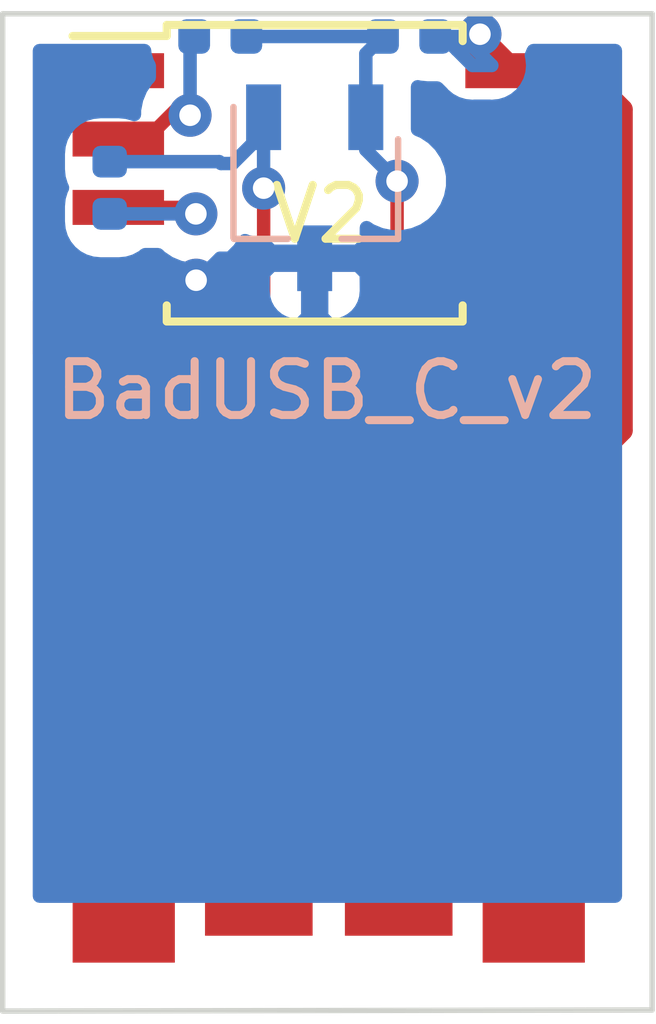
<source format=kicad_pcb>
(kicad_pcb (version 20171130) (host pcbnew "(5.1.2)-2")

  (general
    (thickness 1.6)
    (drawings 8)
    (tracks 65)
    (zones 0)
    (modules 6)
    (nets 11)
  )

  (page A4)
  (layers
    (0 F.Cu signal)
    (31 B.Cu signal)
    (32 B.Adhes user hide)
    (33 F.Adhes user hide)
    (34 B.Paste user hide)
    (35 F.Paste user hide)
    (36 B.SilkS user hide)
    (37 F.SilkS user hide)
    (38 B.Mask user hide)
    (39 F.Mask user hide)
    (40 Dwgs.User user)
    (41 Cmts.User user)
    (42 Eco1.User user)
    (43 Eco2.User user)
    (44 Edge.Cuts user)
    (45 Margin user)
    (46 B.CrtYd user)
    (47 F.CrtYd user)
    (48 B.Fab user hide)
    (49 F.Fab user)
  )

  (setup
    (last_trace_width 0.25)
    (trace_clearance 0.2)
    (zone_clearance 0.508)
    (zone_45_only no)
    (trace_min 0.2)
    (via_size 0.8)
    (via_drill 0.4)
    (via_min_size 0.4)
    (via_min_drill 0.3)
    (uvia_size 0.3)
    (uvia_drill 0.1)
    (uvias_allowed no)
    (uvia_min_size 0.2)
    (uvia_min_drill 0.1)
    (edge_width 0.05)
    (segment_width 0.2)
    (pcb_text_width 0.3)
    (pcb_text_size 1.5 1.5)
    (mod_edge_width 0.12)
    (mod_text_size 1 1)
    (mod_text_width 0.15)
    (pad_size 1.524 1.524)
    (pad_drill 0.762)
    (pad_to_mask_clearance 0.051)
    (solder_mask_min_width 0.25)
    (aux_axis_origin 0 0)
    (visible_elements 7FFFFFFF)
    (pcbplotparams
      (layerselection 0x010fc_ffffffff)
      (usegerberextensions true)
      (usegerberattributes false)
      (usegerberadvancedattributes false)
      (creategerberjobfile true)
      (excludeedgelayer true)
      (linewidth 0.100000)
      (plotframeref false)
      (viasonmask false)
      (mode 1)
      (useauxorigin false)
      (hpglpennumber 1)
      (hpglpenspeed 20)
      (hpglpendiameter 15.000000)
      (psnegative false)
      (psa4output false)
      (plotreference true)
      (plotvalue true)
      (plotinvisibletext false)
      (padsonsilk false)
      (subtractmaskfromsilk false)
      (outputformat 1)
      (mirror false)
      (drillshape 0)
      (scaleselection 1)
      (outputdirectory ""))
  )

  (net 0 "")
  (net 1 +D)
  (net 2 -D)
  (net 3 GND)
  (net 4 +V)
  (net 5 "Net-(R1-Pad1)")
  (net 6 "Net-(R2-Pad1)")
  (net 7 "Net-(U1-Pad1)")
  (net 8 "Net-(U1-Pad5)")
  (net 9 "Net-(U1-Pad6)")
  (net 10 "Net-(U1-Pad7)")

  (net_class Default "Esta es la clase de red por defecto."
    (clearance 0.2)
    (trace_width 0.25)
    (via_dia 0.8)
    (via_drill 0.4)
    (uvia_dia 0.3)
    (uvia_drill 0.1)
    (add_net +D)
    (add_net +V)
    (add_net -D)
    (add_net GND)
    (add_net "Net-(R1-Pad1)")
    (add_net "Net-(R2-Pad1)")
    (add_net "Net-(U1-Pad1)")
    (add_net "Net-(U1-Pad5)")
    (add_net "Net-(U1-Pad6)")
    (add_net "Net-(U1-Pad7)")
  )

  (module Package_TO_SOT_SMD:TSOT-23 (layer B.Cu) (tedit 5A02FF57) (tstamp 5CF71388)
    (at 92.218933 45.532592 270)
    (descr "3-pin TSOT23 package, http://www.analog.com.tw/pdf/All_In_One.pdf")
    (tags TSOT-23)
    (path /5CF82F4C)
    (attr smd)
    (fp_text reference D1 (at 0 2.45 270) (layer B.SilkS) hide
      (effects (font (size 1 1) (thickness 0.15)) (justify mirror))
    )
    (fp_text value D_Zener_x2_ACom_KKA (at 0 -2.5 270) (layer B.Fab) hide
      (effects (font (size 1 1) (thickness 0.15)) (justify mirror))
    )
    (fp_line (start 2.17 -1.7) (end -2.17 -1.7) (layer B.CrtYd) (width 0.05))
    (fp_line (start 2.17 -1.7) (end 2.17 1.7) (layer B.CrtYd) (width 0.05))
    (fp_line (start -2.17 1.7) (end -2.17 -1.7) (layer B.CrtYd) (width 0.05))
    (fp_line (start -2.17 1.7) (end 2.17 1.7) (layer B.CrtYd) (width 0.05))
    (fp_line (start 0.88 1.45) (end 0.88 -1.45) (layer B.Fab) (width 0.1))
    (fp_line (start 0.88 -1.45) (end -0.88 -1.45) (layer B.Fab) (width 0.1))
    (fp_line (start -0.88 1) (end -0.88 -1.45) (layer B.Fab) (width 0.1))
    (fp_line (start 0.88 1.45) (end -0.43 1.45) (layer B.Fab) (width 0.1))
    (fp_line (start -0.88 1) (end -0.43 1.45) (layer B.Fab) (width 0.1))
    (fp_line (start 0.93 1.51) (end -1.5 1.51) (layer B.SilkS) (width 0.12))
    (fp_line (start 0.95 1.5) (end 0.95 0.5) (layer B.SilkS) (width 0.12))
    (fp_line (start 0.95 -1.55) (end -0.9 -1.55) (layer B.SilkS) (width 0.12))
    (fp_line (start 0.95 -0.5) (end 0.95 -1.55) (layer B.SilkS) (width 0.12))
    (fp_text user %R (at 0 0) (layer B.Fab)
      (effects (font (size 0.5 0.5) (thickness 0.075)) (justify mirror))
    )
    (pad 3 smd rect (at 1.31 0 270) (size 1.22 0.65) (layers B.Cu B.Paste B.Mask)
      (net 3 GND))
    (pad 2 smd rect (at -1.31 -0.95 270) (size 1.22 0.65) (layers B.Cu B.Paste B.Mask)
      (net 2 -D))
    (pad 1 smd rect (at -1.31 0.95 270) (size 1.22 0.65) (layers B.Cu B.Paste B.Mask)
      (net 1 +D))
    (model ${KISYS3DMOD}/Package_TO_SOT_SMD.3dshapes/TSOT-23.wrl
      (at (xyz 0 0 0))
      (scale (xyz 1 1 1))
      (rotate (xyz 0 0 0))
    )
  )

  (module rev_usb:usb-PCB (layer F.Cu) (tedit 542BB0AF) (tstamp 5CF6EAD0)
    (at 92.48 60.83)
    (path /5CF6A0EE)
    (attr virtual)
    (fp_text reference J1 (at 0.13 -7.85) (layer F.SilkS) hide
      (effects (font (size 1.5 1.5) (thickness 0.15)))
    )
    (fp_text value USB_A (at 0.29 -10.13) (layer F.SilkS) hide
      (effects (font (size 1.5 1.5) (thickness 0.15)))
    )
    (fp_line (start -6.03 0) (end -6.03 -12) (layer Dwgs.User) (width 0.15))
    (fp_line (start 6.03 0) (end -6.03 0) (layer Dwgs.User) (width 0.15))
    (fp_line (start 6.03 0) (end 6.03 -12) (layer Dwgs.User) (width 0.15))
    (pad 2 connect rect (at 1.3 -5.15) (size 2 7.5) (layers F.Cu F.Mask)
      (net 2 -D))
    (pad 3 connect rect (at -1.3 -5.15) (size 2 7.5) (layers F.Cu F.Mask)
      (net 1 +D))
    (pad 4 connect rect (at -3.81 -4.9) (size 1.9 8) (layers F.Cu F.Mask)
      (net 3 GND))
    (pad 1 connect rect (at 3.81 -4.9) (size 1.9 8) (layers F.Cu F.Mask)
      (net 4 +V))
  )

  (module Resistor_SMD:R_0402_1005Metric (layer B.Cu) (tedit 5B301BBD) (tstamp 5CF71289)
    (at 88.408933 45.532592 90)
    (descr "Resistor SMD 0402 (1005 Metric), square (rectangular) end terminal, IPC_7351 nominal, (Body size source: http://www.tortai-tech.com/upload/download/2011102023233369053.pdf), generated with kicad-footprint-generator")
    (tags resistor)
    (path /5CF65D1A)
    (attr smd)
    (fp_text reference R1 (at 0 1.82 270) (layer B.SilkS) hide
      (effects (font (size 1 1) (thickness 0.15)) (justify mirror))
    )
    (fp_text value 68R (at 0 -1.82 270) (layer B.Fab) hide
      (effects (font (size 1 1) (thickness 0.15)) (justify mirror))
    )
    (fp_line (start -0.5 -0.25) (end -0.5 0.25) (layer B.Fab) (width 0.1))
    (fp_line (start -0.5 0.25) (end 0.5 0.25) (layer B.Fab) (width 0.1))
    (fp_line (start 0.5 0.25) (end 0.5 -0.25) (layer B.Fab) (width 0.1))
    (fp_line (start 0.5 -0.25) (end -0.5 -0.25) (layer B.Fab) (width 0.1))
    (fp_line (start -0.93 -0.47) (end -0.93 0.47) (layer B.CrtYd) (width 0.05))
    (fp_line (start -0.93 0.47) (end 0.93 0.47) (layer B.CrtYd) (width 0.05))
    (fp_line (start 0.93 0.47) (end 0.93 -0.47) (layer B.CrtYd) (width 0.05))
    (fp_line (start 0.93 -0.47) (end -0.93 -0.47) (layer B.CrtYd) (width 0.05))
    (fp_text user %R (at 0 0 270) (layer B.Fab) hide
      (effects (font (size 0.8 0.8) (thickness 0.12)) (justify mirror))
    )
    (pad 1 smd roundrect (at -0.485 0 90) (size 0.59 0.64) (layers B.Cu B.Paste B.Mask) (roundrect_rratio 0.25)
      (net 5 "Net-(R1-Pad1)"))
    (pad 2 smd roundrect (at 0.485 0 90) (size 0.59 0.64) (layers B.Cu B.Paste B.Mask) (roundrect_rratio 0.25)
      (net 1 +D))
    (model ${KISYS3DMOD}/Resistor_SMD.3dshapes/R_0402_1005Metric.wrl
      (at (xyz 0 0 0))
      (scale (xyz 1 1 1))
      (rotate (xyz 0 0 0))
    )
  )

  (module Resistor_SMD:R_0402_1005Metric (layer B.Cu) (tedit 5B301BBD) (tstamp 5CF712B3)
    (at 90.463933 42.722592)
    (descr "Resistor SMD 0402 (1005 Metric), square (rectangular) end terminal, IPC_7351 nominal, (Body size source: http://www.tortai-tech.com/upload/download/2011102023233369053.pdf), generated with kicad-footprint-generator")
    (tags resistor)
    (path /5CF668C7)
    (attr smd)
    (fp_text reference R2 (at 0 1.82) (layer B.SilkS) hide
      (effects (font (size 1 1) (thickness 0.15)) (justify mirror))
    )
    (fp_text value 68R (at 0 -1.82) (layer B.Fab) hide
      (effects (font (size 1 1) (thickness 0.15)) (justify mirror))
    )
    (fp_line (start -0.5 -0.25) (end -0.5 0.25) (layer B.Fab) (width 0.1))
    (fp_line (start -0.5 0.25) (end 0.5 0.25) (layer B.Fab) (width 0.1))
    (fp_line (start 0.5 0.25) (end 0.5 -0.25) (layer B.Fab) (width 0.1))
    (fp_line (start 0.5 -0.25) (end -0.5 -0.25) (layer B.Fab) (width 0.1))
    (fp_line (start -0.93 -0.47) (end -0.93 0.47) (layer B.CrtYd) (width 0.05))
    (fp_line (start -0.93 0.47) (end 0.93 0.47) (layer B.CrtYd) (width 0.05))
    (fp_line (start 0.93 0.47) (end 0.93 -0.47) (layer B.CrtYd) (width 0.05))
    (fp_line (start 0.93 -0.47) (end -0.93 -0.47) (layer B.CrtYd) (width 0.05))
    (fp_text user %R (at 0 0) (layer B.Fab)
      (effects (font (size 0.8 0.8) (thickness 0.12)) (justify mirror))
    )
    (pad 1 smd roundrect (at -0.485 0) (size 0.59 0.64) (layers B.Cu B.Paste B.Mask) (roundrect_rratio 0.25)
      (net 6 "Net-(R2-Pad1)"))
    (pad 2 smd roundrect (at 0.485 0) (size 0.59 0.64) (layers B.Cu B.Paste B.Mask) (roundrect_rratio 0.25)
      (net 2 -D))
    (model ${KISYS3DMOD}/Resistor_SMD.3dshapes/R_0402_1005Metric.wrl
      (at (xyz 0 0 0))
      (scale (xyz 1 1 1))
      (rotate (xyz 0 0 0))
    )
  )

  (module Resistor_SMD:R_0402_1005Metric (layer B.Cu) (tedit 5B301BBD) (tstamp 5CF712DD)
    (at 93.973933 42.722592 180)
    (descr "Resistor SMD 0402 (1005 Metric), square (rectangular) end terminal, IPC_7351 nominal, (Body size source: http://www.tortai-tech.com/upload/download/2011102023233369053.pdf), generated with kicad-footprint-generator")
    (tags resistor)
    (path /5CF6978E)
    (attr smd)
    (fp_text reference R3 (at -0.286067 1.682592 180) (layer B.SilkS) hide
      (effects (font (size 1 1) (thickness 0.15)) (justify mirror))
    )
    (fp_text value 1K5 (at 0 -1.82 180) (layer B.Fab) hide
      (effects (font (size 1 1) (thickness 0.15)) (justify mirror))
    )
    (fp_line (start -0.5 -0.25) (end -0.5 0.25) (layer B.Fab) (width 0.1))
    (fp_line (start -0.5 0.25) (end 0.5 0.25) (layer B.Fab) (width 0.1))
    (fp_line (start 0.5 0.25) (end 0.5 -0.25) (layer B.Fab) (width 0.1))
    (fp_line (start 0.5 -0.25) (end -0.5 -0.25) (layer B.Fab) (width 0.1))
    (fp_line (start -0.93 -0.47) (end -0.93 0.47) (layer B.CrtYd) (width 0.05))
    (fp_line (start -0.93 0.47) (end 0.93 0.47) (layer B.CrtYd) (width 0.05))
    (fp_line (start 0.93 0.47) (end 0.93 -0.47) (layer B.CrtYd) (width 0.05))
    (fp_line (start 0.93 -0.47) (end -0.93 -0.47) (layer B.CrtYd) (width 0.05))
    (fp_text user %R (at 0 0 180) (layer B.Fab) hide
      (effects (font (size 0.8 0.8) (thickness 0.12)) (justify mirror))
    )
    (pad 1 smd roundrect (at -0.485 0 180) (size 0.59 0.64) (layers B.Cu B.Paste B.Mask) (roundrect_rratio 0.25)
      (net 4 +V))
    (pad 2 smd roundrect (at 0.485 0 180) (size 0.59 0.64) (layers B.Cu B.Paste B.Mask) (roundrect_rratio 0.25)
      (net 2 -D))
    (model ${KISYS3DMOD}/Resistor_SMD.3dshapes/R_0402_1005Metric.wrl
      (at (xyz 0 0 0))
      (scale (xyz 1 1 1))
      (rotate (xyz 0 0 0))
    )
  )

  (module Package_SO:SOIJ-8_5.3x5.3mm_P1.27mm (layer F.Cu) (tedit 5A02F2D3) (tstamp 5CF713CC)
    (at 92.218933 45.262592)
    (descr "8-Lead Plastic Small Outline (SM) - Medium, 5.28 mm Body [SOIC] (see Microchip Packaging Specification 00000049BS.pdf)")
    (tags "SOIC 1.27")
    (path /5CF64834)
    (attr smd)
    (fp_text reference U1 (at -1.958933 1.777408) (layer B.SilkS) hide
      (effects (font (size 1 1) (thickness 0.15)) (justify mirror))
    )
    (fp_text value ATtiny85V-10SU (at 0 3.68) (layer B.Fab) hide
      (effects (font (size 1 1) (thickness 0.15)))
    )
    (fp_text user %R (at 0 0) (layer F.Fab) hide
      (effects (font (size 1 1) (thickness 0.15)))
    )
    (fp_line (start -1.65 -2.65) (end 2.65 -2.65) (layer F.Fab) (width 0.15))
    (fp_line (start 2.65 -2.65) (end 2.65 2.65) (layer F.Fab) (width 0.15))
    (fp_line (start 2.65 2.65) (end -2.65 2.65) (layer F.Fab) (width 0.15))
    (fp_line (start -2.65 2.65) (end -2.65 -1.65) (layer F.Fab) (width 0.15))
    (fp_line (start -2.65 -1.65) (end -1.65 -2.65) (layer F.Fab) (width 0.15))
    (fp_line (start -4.75 -2.95) (end -4.75 2.95) (layer F.CrtYd) (width 0.05))
    (fp_line (start 4.75 -2.95) (end 4.75 2.95) (layer F.CrtYd) (width 0.05))
    (fp_line (start -4.75 -2.95) (end 4.75 -2.95) (layer F.CrtYd) (width 0.05))
    (fp_line (start -4.75 2.95) (end 4.75 2.95) (layer F.CrtYd) (width 0.05))
    (fp_line (start -2.75 -2.755) (end -2.75 -2.55) (layer F.SilkS) (width 0.15))
    (fp_line (start 2.75 -2.755) (end 2.75 -2.455) (layer F.SilkS) (width 0.15))
    (fp_line (start 2.75 2.755) (end 2.75 2.455) (layer F.SilkS) (width 0.15))
    (fp_line (start -2.75 2.755) (end -2.75 2.455) (layer F.SilkS) (width 0.15))
    (fp_line (start -2.75 -2.755) (end 2.75 -2.755) (layer F.SilkS) (width 0.15))
    (fp_line (start -2.75 2.755) (end 2.75 2.755) (layer F.SilkS) (width 0.15))
    (fp_line (start -2.75 -2.55) (end -4.5 -2.55) (layer F.SilkS) (width 0.15))
    (pad 1 smd rect (at -3.65 -1.905) (size 1.7 0.65) (layers F.Cu F.Paste F.Mask)
      (net 7 "Net-(U1-Pad1)"))
    (pad 2 smd rect (at -3.65 -0.635) (size 1.7 0.65) (layers F.Cu F.Paste F.Mask)
      (net 6 "Net-(R2-Pad1)"))
    (pad 3 smd rect (at -3.65 0.635) (size 1.7 0.65) (layers F.Cu F.Paste F.Mask)
      (net 5 "Net-(R1-Pad1)"))
    (pad 4 smd rect (at -3.65 1.905) (size 1.7 0.65) (layers F.Cu F.Paste F.Mask)
      (net 3 GND))
    (pad 5 smd rect (at 3.65 1.905) (size 1.7 0.65) (layers F.Cu F.Paste F.Mask)
      (net 8 "Net-(U1-Pad5)"))
    (pad 6 smd rect (at 3.65 0.635) (size 1.7 0.65) (layers F.Cu F.Paste F.Mask)
      (net 9 "Net-(U1-Pad6)"))
    (pad 7 smd rect (at 3.65 -0.635) (size 1.7 0.65) (layers F.Cu F.Paste F.Mask)
      (net 10 "Net-(U1-Pad7)"))
    (pad 8 smd rect (at 3.65 -1.905) (size 1.7 0.65) (layers F.Cu F.Paste F.Mask)
      (net 4 +V))
    (model ${KISYS3DMOD}/Package_SO.3dshapes/SOIJ-8_5.3x5.3mm_P1.27mm.wrl
      (at (xyz 0 0 0))
      (scale (xyz 1 1 1))
      (rotate (xyz 0 0 0))
    )
  )

  (dimension 12.08 (width 0.15) (layer B.Fab)
    (gr_text "12,080 mm" (at 92.47 64.38) (layer B.Fab)
      (effects (font (size 1 1) (thickness 0.15)))
    )
    (feature1 (pts (xy 98.51 60.8) (xy 98.51 63.666421)))
    (feature2 (pts (xy 86.43 60.8) (xy 86.43 63.666421)))
    (crossbar (pts (xy 86.43 63.08) (xy 98.51 63.08)))
    (arrow1a (pts (xy 98.51 63.08) (xy 97.383496 63.666421)))
    (arrow1b (pts (xy 98.51 63.08) (xy 97.383496 62.493579)))
    (arrow2a (pts (xy 86.43 63.08) (xy 87.556504 63.666421)))
    (arrow2b (pts (xy 86.43 63.08) (xy 87.556504 62.493579)))
  )
  (dimension 18.470011 (width 0.15) (layer B.Fab)
    (gr_text "18,470 mm" (at 103.813643 51.580787 89.93795803) (layer B.Fab)
      (effects (font (size 1 1) (thickness 0.15)))
    )
    (feature1 (pts (xy 98.48 42.34) (xy 103.110064 42.345014)))
    (feature2 (pts (xy 98.46 60.81) (xy 103.090064 60.815014)))
    (crossbar (pts (xy 102.503644 60.814379) (xy 102.523644 42.344379)))
    (arrow1a (pts (xy 102.523644 42.344379) (xy 103.108845 43.471517)))
    (arrow1b (pts (xy 102.523644 42.344379) (xy 101.936004 43.470247)))
    (arrow2a (pts (xy 102.503644 60.814379) (xy 103.091284 59.688511)))
    (arrow2b (pts (xy 102.503644 60.814379) (xy 101.918443 59.687241)))
  )
  (gr_text BadUSB_C_v2 (at 92.44 49.3) (layer B.SilkS)
    (effects (font (size 1 1) (thickness 0.15)))
  )
  (gr_line (start 86.42 60.83) (end 98.49 60.81) (layer Edge.Cuts) (width 0.1))
  (gr_line (start 86.42 42.3) (end 86.42 60.83) (layer Edge.Cuts) (width 0.1))
  (gr_line (start 98.49 42.3) (end 86.42 42.3) (layer Edge.Cuts) (width 0.1))
  (gr_line (start 98.49 60.81) (end 98.49 42.3) (layer Edge.Cuts) (width 0.1))
  (gr_text V2 (at 92.325 46.025) (layer F.SilkS)
    (effects (font (size 1 1) (thickness 0.15)))
  )

  (segment (start 90.693933 45.082592) (end 91.268933 44.507592) (width 0.25) (layer B.Cu) (net 1) (tstamp 5CF7131E))
  (segment (start 90.478933 45.082592) (end 90.693933 45.082592) (width 0.25) (layer B.Cu) (net 1) (tstamp 5CF7131B))
  (segment (start 90.443933 45.047592) (end 90.478933 45.082592) (width 0.25) (layer B.Cu) (net 1) (tstamp 5CF71339))
  (segment (start 88.408933 45.047592) (end 90.443933 45.047592) (width 0.25) (layer B.Cu) (net 1) (tstamp 5CF71318))
  (segment (start 91.268933 44.507592) (end 91.268933 44.222592) (width 0.25) (layer B.Cu) (net 1))
  (via (at 91.27 45.54) (size 0.8) (drill 0.4) (layers F.Cu B.Cu) (net 1))
  (segment (start 91.268933 44.222592) (end 91.268933 45.538933) (width 0.25) (layer B.Cu) (net 1))
  (segment (start 91.268933 45.538933) (end 91.27 45.54) (width 0.25) (layer B.Cu) (net 1))
  (segment (start 91.27 55.59) (end 91.18 55.68) (width 0.25) (layer F.Cu) (net 1))
  (segment (start 91.27 45.54) (end 91.27 55.59) (width 0.25) (layer F.Cu) (net 1))
  (segment (start 93.168933 43.042592) (end 93.488933 42.722592) (width 0.25) (layer B.Cu) (net 2) (tstamp 5CF7133C))
  (segment (start 93.168933 44.222592) (end 93.168933 43.042592) (width 0.25) (layer B.Cu) (net 2) (tstamp 5CF71309))
  (segment (start 93.488933 42.722592) (end 90.948933 42.722592) (width 0.25) (layer B.Cu) (net 2) (tstamp 5CF7136C))
  (segment (start 93.351525 44.04) (end 93.168933 44.222592) (width 0.25) (layer B.Cu) (net 2))
  (segment (start 93.361525 44.03) (end 93.168933 44.222592) (width 0.25) (layer B.Cu) (net 2))
  (via (at 93.75 45.41) (size 0.8) (drill 0.4) (layers F.Cu B.Cu) (net 2))
  (segment (start 93.168933 44.222592) (end 93.168933 44.828933) (width 0.25) (layer B.Cu) (net 2))
  (segment (start 93.168933 44.828933) (end 93.75 45.41) (width 0.25) (layer B.Cu) (net 2))
  (segment (start 93.75 55.65) (end 93.78 55.68) (width 0.25) (layer F.Cu) (net 2))
  (segment (start 93.75 45.41) (end 93.75 55.65) (width 0.25) (layer F.Cu) (net 2))
  (segment (start 92.368933 46.992592) (end 92.218933 46.842592) (width 0.25) (layer B.Cu) (net 3) (tstamp 5CF7135A))
  (segment (start 92.218933 47.127592) (end 92.05809 47.288435) (width 0.25) (layer B.Cu) (net 3) (tstamp 5CF7130F))
  (segment (start 92.218933 46.842592) (end 92.218933 47.127592) (width 0.25) (layer B.Cu) (net 3) (tstamp 5CF71324))
  (segment (start 92.218933 46.842592) (end 90.460926 46.842592) (width 0.25) (layer B.Cu) (net 3) (tstamp 5CF71321))
  (segment (start 90.460926 46.842592) (end 90.192193 47.111325) (width 0.25) (layer B.Cu) (net 3) (tstamp 5CF71333))
  (via (at 90.015083 47.250598) (size 0.8) (drill 0.4) (layers F.Cu B.Cu) (net 3) (tstamp 5CF7140B))
  (segment (start 90.192193 47.111325) (end 90.154356 47.111325) (width 0.25) (layer B.Cu) (net 3) (tstamp 5CF71306))
  (segment (start 90.154356 47.111325) (end 90.015083 47.250598) (width 0.25) (layer B.Cu) (net 3) (tstamp 5CF71342))
  (segment (start 88.651939 47.250598) (end 88.568933 47.167592) (width 0.25) (layer F.Cu) (net 3) (tstamp 5CF71303))
  (segment (start 90.015083 47.250598) (end 88.651939 47.250598) (width 0.25) (layer F.Cu) (net 3) (tstamp 5CF71300))
  (segment (start 88.67 47.268659) (end 88.568933 47.167592) (width 0.25) (layer F.Cu) (net 3))
  (segment (start 88.67 55.93) (end 88.67 47.268659) (width 0.4) (layer F.Cu) (net 3))
  (segment (start 96.028933 43.197592) (end 95.868933 43.357592) (width 0.25) (layer F.Cu) (net 4) (tstamp 5CF712FD))
  (segment (start 94.458933 42.722592) (end 95.082468 42.722592) (width 0.25) (layer B.Cu) (net 4) (tstamp 5CF7134E))
  (via (at 95.29 42.68) (size 0.8) (drill 0.4) (layers F.Cu B.Cu) (net 4) (tstamp 5CF71408))
  (segment (start 95.717468 43.357592) (end 95.082468 42.722592) (width 0.25) (layer F.Cu) (net 4) (tstamp 5CF71348))
  (segment (start 95.868933 43.357592) (end 95.717468 43.357592) (width 0.25) (layer F.Cu) (net 4) (tstamp 5CF71351))
  (segment (start 95.868933 43.188533) (end 95.2052 42.5248) (width 0.25) (layer F.Cu) (net 4))
  (segment (start 95.868933 43.357592) (end 95.868933 43.188533) (width 0.25) (layer F.Cu) (net 4))
  (segment (start 95.2052 42.9552) (end 95.51 43.26) (width 0.25) (layer B.Cu) (net 4))
  (segment (start 95.2052 42.5248) (end 95.2052 42.9552) (width 0.25) (layer B.Cu) (net 4))
  (segment (start 95.150687 43.26) (end 95.51 43.26) (width 0.25) (layer B.Cu) (net 4))
  (segment (start 94.458933 42.722592) (end 94.61328 42.722592) (width 0.25) (layer B.Cu) (net 4))
  (segment (start 95.007408 42.722592) (end 95.2052 42.5248) (width 0.25) (layer B.Cu) (net 4))
  (segment (start 94.458933 42.722592) (end 95.007408 42.722592) (width 0.25) (layer B.Cu) (net 4))
  (segment (start 95.2052 42.6264) (end 94.861144 42.970456) (width 0.25) (layer B.Cu) (net 4))
  (segment (start 95.2052 42.5248) (end 95.2052 42.6264) (width 0.25) (layer B.Cu) (net 4))
  (segment (start 94.61328 42.722592) (end 94.861144 42.970456) (width 0.25) (layer B.Cu) (net 4))
  (segment (start 94.861144 42.970456) (end 95.150687 43.26) (width 0.25) (layer B.Cu) (net 4))
  (segment (start 97.207592 43.357592) (end 95.868933 43.357592) (width 0.4) (layer F.Cu) (net 4))
  (segment (start 97.93 44.08) (end 97.207592 43.357592) (width 0.4) (layer F.Cu) (net 4))
  (segment (start 97.93 50.04) (end 97.93 44.08) (width 0.4) (layer F.Cu) (net 4))
  (segment (start 96.29 55.93) (end 96.29 51.68) (width 0.4) (layer F.Cu) (net 4))
  (segment (start 96.29 51.68) (end 97.93 50.04) (width 0.4) (layer F.Cu) (net 4))
  (segment (start 88.408933 46.017592) (end 90.010739 46.017592) (width 0.25) (layer B.Cu) (net 5) (tstamp 5CF7136F))
  (via (at 90.010739 46.017592) (size 0.8) (drill 0.4) (layers F.Cu B.Cu) (net 5) (tstamp 5CF71405))
  (segment (start 89.890739 45.897592) (end 90.010739 46.017592) (width 0.25) (layer F.Cu) (net 5) (tstamp 5CF7132D))
  (segment (start 88.568933 45.897592) (end 89.890739 45.897592) (width 0.25) (layer F.Cu) (net 5) (tstamp 5CF71336))
  (segment (start 89.093933 44.627592) (end 88.568933 44.627592) (width 0.25) (layer F.Cu) (net 6) (tstamp 5CF712FA))
  (segment (start 89.093933 44.627592) (end 89.658895 44.06263) (width 0.25) (layer F.Cu) (net 6) (tstamp 5CF71345))
  (via (at 89.902378 44.185802) (size 0.8) (drill 0.4) (layers F.Cu B.Cu) (net 6) (tstamp 5CF7140E))
  (segment (start 89.658895 44.06263) (end 89.779206 44.06263) (width 0.25) (layer F.Cu) (net 6) (tstamp 5CF71357))
  (segment (start 89.779206 44.06263) (end 89.902378 44.185802) (width 0.25) (layer F.Cu) (net 6) (tstamp 5CF7135D))
  (segment (start 89.902378 42.799147) (end 89.978933 42.722592) (width 0.25) (layer B.Cu) (net 6) (tstamp 5CF71360))
  (segment (start 89.902378 44.185802) (end 89.902378 42.799147) (width 0.25) (layer B.Cu) (net 6) (tstamp 5CF71372))

  (zone (net 3) (net_name GND) (layer B.Cu) (tstamp 0) (hatch edge 0.508)
    (connect_pads (clearance 0.508))
    (min_thickness 0.254)
    (fill yes (arc_segments 32) (thermal_gap 0.508) (thermal_bridge_width 0.508))
    (polygon
      (pts
        (xy 86.43 42.29) (xy 98.48 42.29) (xy 98.490015 58.82) (xy 86.429986 58.82) (xy 86.42 42.32)
      )
    )
    (filled_polygon
      (pts
        (xy 89.060956 43.048349) (xy 89.105659 43.195717) (xy 89.142379 43.264414) (xy 89.142379 43.48209) (xy 89.098441 43.526028)
        (xy 88.985173 43.695546) (xy 88.907152 43.883904) (xy 88.867378 44.083863) (xy 88.867378 44.169865) (xy 88.73469 44.129615)
        (xy 88.581433 44.11452) (xy 88.236433 44.11452) (xy 88.083176 44.129615) (xy 87.935808 44.174318) (xy 87.799993 44.246913)
        (xy 87.68095 44.344609) (xy 87.583254 44.463652) (xy 87.510659 44.599467) (xy 87.465956 44.746835) (xy 87.450861 44.900092)
        (xy 87.450861 45.195092) (xy 87.465956 45.348349) (xy 87.510659 45.495717) (xy 87.530369 45.532592) (xy 87.510659 45.569467)
        (xy 87.465956 45.716835) (xy 87.450861 45.870092) (xy 87.450861 46.165092) (xy 87.465956 46.318349) (xy 87.510659 46.465717)
        (xy 87.583254 46.601532) (xy 87.68095 46.720575) (xy 87.799993 46.818271) (xy 87.935808 46.890866) (xy 88.083176 46.935569)
        (xy 88.236433 46.950664) (xy 88.581433 46.950664) (xy 88.73469 46.935569) (xy 88.882058 46.890866) (xy 89.017873 46.818271)
        (xy 89.067441 46.777592) (xy 89.307028 46.777592) (xy 89.350965 46.821529) (xy 89.520483 46.934797) (xy 89.708841 47.012818)
        (xy 89.9088 47.052592) (xy 90.112678 47.052592) (xy 90.312637 47.012818) (xy 90.500995 46.934797) (xy 90.670513 46.821529)
        (xy 90.814676 46.677366) (xy 90.922321 46.516263) (xy 90.968102 46.535226) (xy 91.168061 46.575) (xy 91.277091 46.575)
        (xy 91.417683 46.715592) (xy 92.091933 46.715592) (xy 92.091933 46.695592) (xy 92.345933 46.695592) (xy 92.345933 46.715592)
        (xy 93.020183 46.715592) (xy 93.178933 46.556842) (xy 93.181603 46.274993) (xy 93.259744 46.327205) (xy 93.448102 46.405226)
        (xy 93.648061 46.445) (xy 93.851939 46.445) (xy 94.051898 46.405226) (xy 94.240256 46.327205) (xy 94.409774 46.213937)
        (xy 94.553937 46.069774) (xy 94.667205 45.900256) (xy 94.745226 45.711898) (xy 94.785 45.511939) (xy 94.785 45.308061)
        (xy 94.745226 45.108102) (xy 94.667205 44.919744) (xy 94.553937 44.750226) (xy 94.409774 44.606063) (xy 94.240256 44.492795)
        (xy 94.132005 44.447956) (xy 94.132005 43.65763) (xy 94.158176 43.665569) (xy 94.311433 43.680664) (xy 94.49655 43.680664)
        (xy 94.586883 43.770996) (xy 94.610686 43.800001) (xy 94.726411 43.894974) (xy 94.85844 43.965546) (xy 95.001701 44.009003)
        (xy 95.113354 44.02) (xy 95.113362 44.02) (xy 95.150685 44.023676) (xy 95.188008 44.02) (xy 95.472676 44.02)
        (xy 95.509999 44.023676) (xy 95.547322 44.02) (xy 95.547333 44.02) (xy 95.658986 44.009003) (xy 95.802247 43.965546)
        (xy 95.934276 43.894974) (xy 96.050001 43.800001) (xy 96.144974 43.684276) (xy 96.215546 43.552247) (xy 96.259003 43.408986)
        (xy 96.273677 43.26) (xy 96.259003 43.111014) (xy 96.247479 43.073025) (xy 96.283941 42.985) (xy 97.805001 42.985)
        (xy 97.805 58.693) (xy 87.105 58.693) (xy 87.105 47.452592) (xy 91.255861 47.452592) (xy 91.268121 47.577074)
        (xy 91.304431 47.696772) (xy 91.363396 47.807086) (xy 91.442748 47.903777) (xy 91.539439 47.983129) (xy 91.649753 48.042094)
        (xy 91.769451 48.078404) (xy 91.893933 48.090664) (xy 91.933183 48.087592) (xy 92.091933 47.928842) (xy 92.091933 46.969592)
        (xy 92.345933 46.969592) (xy 92.345933 47.928842) (xy 92.504683 48.087592) (xy 92.543933 48.090664) (xy 92.668415 48.078404)
        (xy 92.788113 48.042094) (xy 92.898427 47.983129) (xy 92.995118 47.903777) (xy 93.07447 47.807086) (xy 93.133435 47.696772)
        (xy 93.169745 47.577074) (xy 93.182005 47.452592) (xy 93.178933 47.128342) (xy 93.020183 46.969592) (xy 92.345933 46.969592)
        (xy 92.091933 46.969592) (xy 91.417683 46.969592) (xy 91.258933 47.128342) (xy 91.255861 47.452592) (xy 87.105 47.452592)
        (xy 87.105 42.985) (xy 89.054716 42.985)
      )
    )
  )
  (zone (net 3) (net_name GND) (layer F.Cu) (tstamp 5D28085C) (hatch edge 0.508)
    (connect_pads (clearance 0.508))
    (min_thickness 0.254)
    (fill yes (arc_segments 32) (thermal_gap 0.508) (thermal_bridge_width 0.508))
    (polygon
      (pts
        (xy 86.42 42.34) (xy 98.47 42.34) (xy 98.47 48.74) (xy 86.41 48.74) (xy 86.41 42.37)
      )
    )
    (filled_polygon
      (pts
        (xy 90.51 48.613) (xy 87.105 48.613) (xy 87.105 47.656234) (xy 87.129431 47.736772) (xy 87.188396 47.847086)
        (xy 87.267748 47.943777) (xy 87.364439 48.023129) (xy 87.474753 48.082094) (xy 87.594451 48.118404) (xy 87.718933 48.130664)
        (xy 88.283183 48.127592) (xy 88.441933 47.968842) (xy 88.441933 47.294592) (xy 88.695933 47.294592) (xy 88.695933 47.968842)
        (xy 88.854683 48.127592) (xy 89.418933 48.130664) (xy 89.543415 48.118404) (xy 89.663113 48.082094) (xy 89.773427 48.023129)
        (xy 89.870118 47.943777) (xy 89.94947 47.847086) (xy 90.008435 47.736772) (xy 90.044745 47.617074) (xy 90.057005 47.492592)
        (xy 90.053933 47.453342) (xy 89.895183 47.294592) (xy 88.695933 47.294592) (xy 88.441933 47.294592) (xy 88.421933 47.294592)
        (xy 88.421933 47.040592) (xy 88.441933 47.040592) (xy 88.441933 47.020592) (xy 88.695933 47.020592) (xy 88.695933 47.040592)
        (xy 89.848471 47.040592) (xy 89.9088 47.052592) (xy 90.112678 47.052592) (xy 90.312637 47.012818) (xy 90.500995 46.934797)
        (xy 90.51 46.92878)
      )
    )
  )
)

</source>
